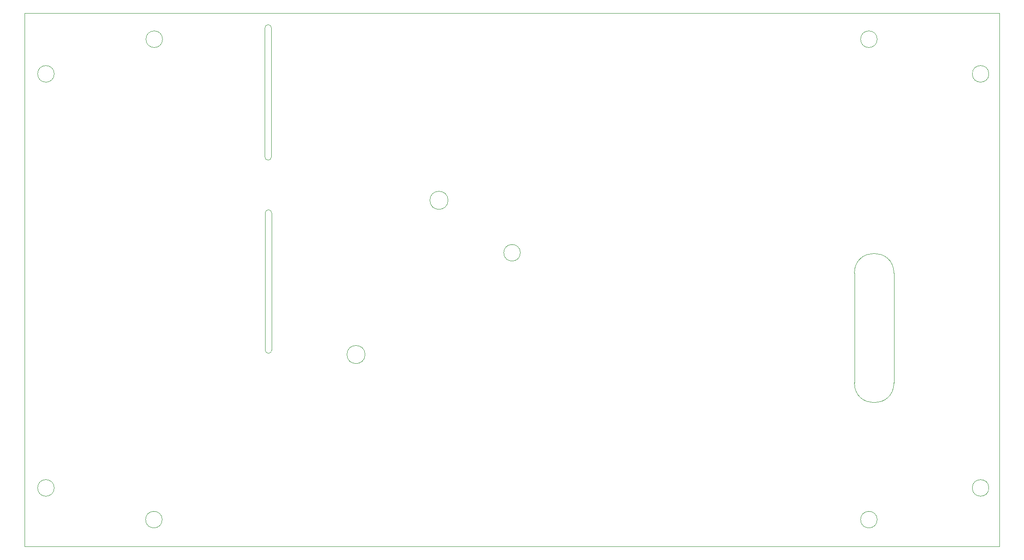
<source format=gbr>
%TF.GenerationSoftware,KiCad,Pcbnew,7.0.8*%
%TF.CreationDate,2023-11-15T18:30:52+02:00*%
%TF.ProjectId,CAN_DISPLAY,43414e5f-4449-4535-904c-41592e6b6963,rev?*%
%TF.SameCoordinates,Original*%
%TF.FileFunction,Profile,NP*%
%FSLAX46Y46*%
G04 Gerber Fmt 4.6, Leading zero omitted, Abs format (unit mm)*
G04 Created by KiCad (PCBNEW 7.0.8) date 2023-11-15 18:30:52*
%MOMM*%
%LPD*%
G01*
G04 APERTURE LIST*
%TA.AperFunction,Profile*%
%ADD10C,0.100000*%
%TD*%
%TA.AperFunction,Profile*%
%ADD11C,0.050000*%
%TD*%
G04 APERTURE END LIST*
D10*
X214452000Y-55000000D02*
G75*
G03*
X214452000Y-55000000I-1600000J0D01*
G01*
X96341500Y-52832000D02*
X96341500Y-77724000D01*
X55700000Y-61700000D02*
G75*
G03*
X55700000Y-61700000I-1600000J0D01*
G01*
X217676680Y-100203000D02*
X217679319Y-121412000D01*
X217676680Y-100203000D02*
G75*
G03*
X210056680Y-100203000I-3810000J0D01*
G01*
X97611500Y-77724000D02*
X97611500Y-52832000D01*
X97663000Y-88585000D02*
X97663000Y-115062000D01*
X145618000Y-96266000D02*
G75*
G03*
X145618000Y-96266000I-1600000J0D01*
G01*
X210058000Y-121412000D02*
G75*
G03*
X217678000Y-121412000I3810000J0D01*
G01*
X96393000Y-115062000D02*
X96393000Y-88585000D01*
X236000000Y-141700000D02*
G75*
G03*
X236000000Y-141700000I-1600000J0D01*
G01*
X97611500Y-52832000D02*
G75*
G03*
X96341500Y-52832000I-635000J0D01*
G01*
X55700000Y-141700000D02*
G75*
G03*
X55700000Y-141700000I-1600000J0D01*
G01*
X210058000Y-121412000D02*
X210056680Y-100203000D01*
X76530000Y-147828000D02*
G75*
G03*
X76530000Y-147828000I-1600000J0D01*
G01*
X96393000Y-115062000D02*
G75*
G03*
X97663000Y-115062000I635000J0D01*
G01*
X96341500Y-77724000D02*
G75*
G03*
X97611500Y-77724000I635000J0D01*
G01*
X76600000Y-55000000D02*
G75*
G03*
X76600000Y-55000000I-1600000J0D01*
G01*
X97663000Y-88585000D02*
G75*
G03*
X96393000Y-88585000I-635000J0D01*
G01*
X214452000Y-147828000D02*
G75*
G03*
X214452000Y-147828000I-1600000J0D01*
G01*
X236000000Y-61700000D02*
G75*
G03*
X236000000Y-61700000I-1600000J0D01*
G01*
X50000000Y-50000000D02*
X238000000Y-50000000D01*
X238000000Y-153000000D01*
X50000000Y-153000000D01*
X50000000Y-50000000D01*
D11*
%TO.C,PS3*%
X115667500Y-115927000D02*
G75*
G03*
X115667500Y-115927000I-1750000J0D01*
G01*
X131672500Y-86127000D02*
G75*
G03*
X131672500Y-86127000I-1750000J0D01*
G01*
%TD*%
M02*

</source>
